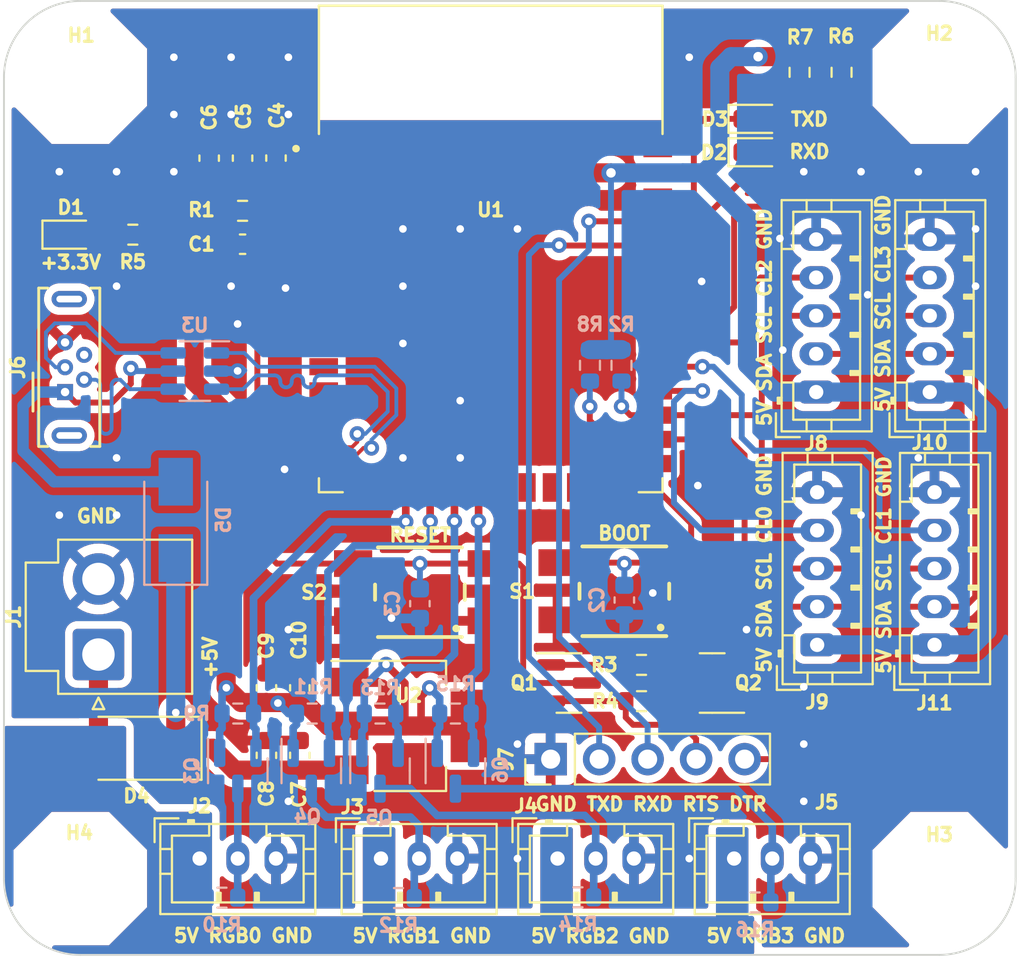
<source format=kicad_pcb>
(kicad_pcb (version 20211014) (generator pcbnew)
  (layers (0 "F.Cu" mixed) (31 "B.Cu" mixed) (34 "B.Paste" user) (35 "F.Paste" user) (36 "B.SilkS" user "B.Silkscreen") (37 "F.SilkS" user "F.Silkscreen") (38 "B.Mask" user) (39 "F.Mask" user) (44 "Edge.Cuts" user))
  (net 0 "")
  (net 1 "EN")
  (net 2 "GND")
  (net 3 "IO0")
  (net 4 "+3.3V")
  (net 5 "VBUS")
  (net 6 "Net-(D1-Pad2)")
  (net 7 "RXD")
  (net 8 "Net-(D2-Pad2)")
  (net 9 "TXD")
  (net 10 "Net-(D3-Pad2)")
  (net 11 "VCC")
  (net 12 "RGB0")
  (net 13 "D+")
  (net 14 "D-")
  (net 15 "RTS")
  (net 16 "DTR")
  (net 17 "SDA")
  (net 18 "SCL")
  (net 19 "CL0")
  (net 20 "CL1")
  (net 21 "CL2")
  (net 22 "CL3")
  (net 23 "Net-(Q1-Pad1)")
  (net 24 "Net-(Q2-Pad1)")
  (net 43 "RGB1")
  (net 44 "RGB2")
  (net 45 "RGB3")
  (net 48 "USB_D-")
  (net 49 "USB_D+")
  (net 50 "/Connector/VBUS_USB")
  (net 52 "ESP_RGB0")
  (net 53 "ESP_RGB1")
  (net 54 "ESP_RGB2")
  (net 55 "ESP_RGB3")
  (footprint "Capacitor_SMD:C_0603_1608Metric" (layer "F.Cu") (at 128.25 107.04 90)
    (fp_text reference "C8")
    (fp_text value "0.1uF")
  )
  (footprint "Connector_JST:JST_PH_B5B-PH-K_1x05_P2.00mm_Vertical" (layer "F.Cu") (at 163.25 101.25 90)
    (fp_text reference "J11")
    (fp_text value "Conn_01x05")
  )
  (footprint "Resistor_SMD:R_0603_1608Metric" (layer "F.Cu") (at 121.25 79.75 180)
    (fp_text reference "R5")
    (fp_text value "1K")
  )
  (footprint "Connector_JST:JST_PH_B5B-PH-K_1x05_P2.00mm_Vertical" (layer "F.Cu") (at 163 88 90)
    (fp_text reference "J10")
    (fp_text value "Conn_01x05")
  )
  (footprint "MountingHole:MountingHole_3.2mm_M3" (layer "F.Cu") (at 118.5 71.5)
    (fp_text reference "H1")
    (fp_text value "MountingHole")
  )
  (footprint "Capacitor_SMD:C_0603_1608Metric" (layer "F.Cu") (at 130 103.5 90)
    (fp_text reference "C10")
    (fp_text value "0.1uF")
  )
  (footprint "Package_TO_SOT_SMD:SOT-23" (layer "F.Cu") (at 144.1 103.25)
    (fp_text reference "Q1")
    (fp_text value "SI2302")
  )
  (footprint "Connector_JST:JST_PH_B3B-PH-K_1x03_P2.00mm_Vertical" (layer "F.Cu") (at 143.5 112.45)
    (fp_text reference "J4")
    (fp_text value "Conn_01x03")
  )
  (footprint "Connector_PinHeader_2.54mm:PinHeader_1x05_P2.54mm_Vertical" (layer "F.Cu") (at 143.14 107.24 90)
    (fp_text reference "J7")
    (fp_text value "Conn_01x05")
  )
  (footprint "Connector_JST:JST_PH_B5B-PH-K_1x05_P2.00mm_Vertical" (layer "F.Cu") (at 157.1 101.25 90)
    (fp_text reference "J9")
    (fp_text value "Conn_01x05")
  )
  (footprint "Diode_SMD:D_SMA" (layer "F.Cu") (at 121.45 106.67 180)
    (fp_text reference "D4")
    (fp_text value "SS34")
  )
  (footprint "Connector_JST:JST_PH_B3B-PH-K_1x03_P2.00mm_Vertical" (layer "F.Cu") (at 134.25 112.45)
    (fp_text reference "J3")
    (fp_text value "Conn_01x03")
  )
  (footprint "LED_SMD:LED_0603_1608Metric" (layer "F.Cu") (at 118 79.75)
    (fp_text reference "D1")
    (fp_text value "LED")
  )
  (footprint "Connector_JST:JST_PH_B3B-PH-K_1x03_P2.00mm_Vertical" (layer "F.Cu") (at 152.75 112.45)
    (fp_text reference "J5")
    (fp_text value "Conn_01x03")
  )
  (footprint "Capacitor_SMD:C_0603_1608Metric" (layer "F.Cu") (at 127 80.25 180)
    (fp_text reference "C1")
    (fp_text value "1uF")
  )
  (footprint "Resistor_SMD:R_0603_1608Metric" (layer "F.Cu") (at 147.9 102.3)
    (fp_text reference "R3")
    (fp_text value "10K")
  )
  (footprint "Connector_JST:JST_VH_B2P-VH-B_1x02_P3.96mm_Vertical" (layer "F.Cu") (at 119.45 101.7575 90)
    (fp_text reference "J1")
    (fp_text value "Conn_01x02")
  )
  (footprint "Connector_USB:USB_Micro-B_Wuerth_614105150721_Vertical" (layer "F.Cu") (at 117.7 88 90)
    (fp_text reference "J6")
    (fp_text value "USB_B_Micro")
  )
  (footprint "Resistor_SMD:R_0603_1608Metric" (layer "F.Cu") (at 158.38 71.24 -90)
    (fp_text reference "R6")
    (fp_text value "1K")
  )
  (footprint "Capacitor_SMD:C_0603_1608Metric" (layer "F.Cu") (at 125.25 75.74 90)
    (fp_text reference "C6")
    (fp_text value "22uF")
  )
  (footprint "LED_SMD:LED_0603_1608Metric" (layer "F.Cu") (at 153.9425 73.68)
    (fp_text reference "D3")
    (fp_text value "LED")
  )
  (footprint "ESP32-S3:ESP32S3WROOM1N8R8" (layer "F.Cu") (at 140 80.5)
    (fp_text reference "U1")
    (fp_text value "ESP32-S3-WROOM-1-N8R8")
  )
  (footprint "MountingHole:MountingHole_3.2mm_M3" (layer "F.Cu") (at 163.5 71.5)
    (fp_text reference "H2")
    (fp_text value "MountingHole")
  )
  (footprint "Resistor_SMD:R_0603_1608Metric" (layer "F.Cu") (at 127 78.5)
    (fp_text reference "R1")
    (fp_text value "10K")
  )
  (footprint "Capacitor_SMD:C_0603_1608Metric" (layer "F.Cu") (at 130 107.04 90)
    (fp_text reference "C7")
    (fp_text value "10uF")
  )
  (footprint "Resistor_SMD:R_0603_1608Metric" (layer "F.Cu") (at 156.18 71.24 -90)
    (fp_text reference "R7")
    (fp_text value "1K")
  )
  (footprint "Capacitor_SMD:C_0603_1608Metric" (layer "F.Cu") (at 128.75 75.735 90)
    (fp_text reference "C4")
    (fp_text value "0.1uF")
  )
  (footprint "Resistor_SMD:R_0603_1608Metric" (layer "F.Cu") (at 147.9 104.2 180)
    (fp_text reference "R4")
    (fp_text value "10K")
  )
  (footprint "Custom_Buttons:430181038816" (layer "F.Cu") (at 136.29 98.49 180)
    (property "VALUE" "")
    (fp_text reference "S2")
    (fp_text value "4x4mm_Switch")
  )
  (footprint "LED_SMD:LED_0603_1608Metric" (layer "F.Cu") (at 153.9425 75.43)
    (fp_text reference "D2")
    (fp_text value "LED")
  )
  (footprint "MountingHole:MountingHole_3.2mm_M3" (layer "F.Cu") (at 118.5 113.5)
    (fp_text reference "H4")
    (fp_text value "MountingHole")
  )
  (footprint "Connector_JST:JST_PH_B3B-PH-K_1x03_P2.00mm_Vertical" (layer "F.Cu") (at 124.75 112.45)
    (fp_text reference "J2")
    (fp_text value "Conn_01x03")
  )
  (footprint "Custom_Buttons:430181038816" (layer "F.Cu") (at 147 98.44 180)
    (property "VALUE" "")
    (fp_text reference "S1")
    (fp_text value "4x4mm_Switch")
  )
  (footprint "Capacitor_SMD:C_0603_1608Metric" (layer "F.Cu") (at 127 75.74 90)
    (fp_text reference "C5")
    (fp_text value "0.1uF")
  )
  (footprint "Package_TO_SOT_SMD:SOT-23" (layer "F.Cu") (at 151.6 103.25 180)
    (fp_text reference "Q2")
    (fp_text value "SI2302")
  )
  (footprint "Capacitor_SMD:C_0603_1608Metric" (layer "F.Cu") (at 128.25 103.5 90)
    (fp_text reference "C9")
    (fp_text value "10uF")
  )
  (footprint "MountingHole:MountingHole_3.2mm_M3" (layer "F.Cu") (at 163.5 113.5)
    (fp_text reference "H3")
    (fp_text value "MountingHole")
  )
  (footprint "Connector_JST:JST_PH_B5B-PH-K_1x05_P2.00mm_Vertical" (layer "F.Cu") (at 157.05 88 90)
    (fp_text reference "J8")
    (fp_text value "Conn_01x05")
  )
  (footprint "Package_TO_SOT_SMD:SOT-223-3_TabPin2" (layer "F.Cu") (at 135.75 105.5)
    (fp_text reference "U2")
    (fp_text value "AMS1117-3.3")
  )
  (footprint "Resistor_SMD:R_0603_1608Metric" (layer "B.Cu") (at 138.15 104.85)
    (fp_text reference "R15")
    (fp_text value "10K")
  )
  (footprint "Resistor_SMD:R_0603_1608Metric" (layer "B.Cu") (at 130.65 104.85)
    (fp_text reference "R11")
    (fp_text value "10K")
  )
  (footprint "Resistor_SMD:R_0603_1608Metric" (layer "B.Cu") (at 144.57 114.48)
    (fp_text reference "R14")
    (fp_text value "10K")
  )
  (footprint "Resistor_SMD:R_0603_1608Metric" (layer "B.Cu") (at 146.85 86.6 -90)
    (fp_text reference "R2")
    (fp_text value "10K")
  )
  (footprint "Resistor_SMD:R_0603_1608Metric" (layer "B.Cu") (at 125.92 114.5)
    (fp_text reference "R10")
    (fp_text value "10K")
  )
  (footprint "Package_TO_SOT_SMD:SOT-23-6" (layer "B.Cu") (at 124.5 86.9 180)
    (fp_text reference "U3")
    (fp_text value "USBLC6-2SC6")
  )
  (footprint "Package_TO_SOT_SMD:SOT-23" (layer "B.Cu") (at 138.15 107.85 -90)
    (fp_text reference "Q6")
    (fp_text value "SI2302")
  )
  (footprint "Capacitor_SMD:C_0603_1608Metric" (layer "B.Cu") (at 147 98.9 -90)
    (fp_text reference "C2")
    (fp_text value "0.1uF")
  )
  (footprint "Package_TO_SOT_SMD:SOT-23" (layer "B.Cu") (at 126.75 107.85 -90)
    (fp_text reference "Q3")
    (fp_text value "SI2302")
  )
  (footprint "Resistor_SMD:R_0603_1608Metric" (layer "B.Cu") (at 135.17 114.52)
    (fp_text reference "R12")
    (fp_text value "10K")
  )
  (footprint "Resistor_SMD:R_0603_1608Metric" (layer "B.Cu") (at 145.2 86.6 -90)
    (fp_text reference "R8")
    (fp_text value "10K")
  )
  (footprint "Capacitor_SMD:C_0603_1608Metric" (layer "B.Cu") (at 136.29 99.09 -90)
    (fp_text reference "C3")
    (fp_text value "0.1uF")
  )
  (footprint "Package_TO_SOT_SMD:SOT-23" (layer "B.Cu") (at 130.6 107.85 -90)
    (fp_text reference "Q4")
    (fp_text value "SI2302")
  )
  (footprint "Resistor_SMD:R_0603_1608Metric" (layer "B.Cu") (at 134.2 104.85)
    (fp_text reference "R13")
    (fp_text value "10K")
  )
  (footprint "Package_TO_SOT_SMD:SOT-23" (layer "B.Cu") (at 134.2 107.85 -90)
    (fp_text reference "Q5")
    (fp_text value "SI2302")
  )
  (footprint "Diode_SMD:D_SMA" (layer "B.Cu") (at 123.5 94.7 90)
    (fp_text reference "D5")
    (fp_text value "SS34")
  )
  (footprint "Resistor_SMD:R_0603_1608Metric" (layer "B.Cu") (at 126.75 104.85)
    (fp_text reference "R9")
    (fp_text value "10K")
  )
  (footprint "Resistor_SMD:R_0603_1608Metric" (layer "B.Cu") (at 153.85 114.75)
    (fp_text reference "R16")
    (fp_text value "10K")
  )
  (gr_arc (start 118.5 117.5) (mid 115.671573 116.328427) (end 114.5 113.5) (layer "Edge.Cuts") (width 0.1))
  (gr_arc (start 114.5 71.5) (mid 115.671573 68.671573) (end 118.5 67.5) (layer "Edge.Cuts") (width 0.1))
  (gr_line (start 114.5 113.5) (end 114.5 71.5) (layer "Edge.Cuts") (width 0.1))
  (gr_line (start 118.5 67.5) (end 163.5 67.5) (layer "Edge.Cuts") (width 0.1))
  (gr_arc (start 167.5 113.5) (mid 166.328427 116.328427) (end 163.5 117.5) (layer "Edge.Cuts") (width 0.1))
  (gr_line (start 167.5 71.5) (end 167.5 113.5) (layer "Edge.Cuts") (width 0.1))
  (gr_arc (start 163.5 67.5) (mid 166.328427 68.671573) (end 167.5 71.5) (layer "Edge.Cuts") (width 0.1))
  (gr_line (start 163.5 117.5) (end 118.5 117.5) (layer "Edge.Cuts") (width 0.1))
  (gr_text "GND TXD RXD RTS DTR" (at 148.4 109.6) (layer "F.SilkS") (effects (font (size 0.7 0.7) (thickness 0.17))))
  (gr_text "GND" (at 119.4 94.5) (layer "F.SilkS") (effects (font (size 0.7 0.7) (thickness 0.17))))
  (gr_text "+5V" (at 125.3 101.9 90) (layer "F.SilkS") (effects (font (size 0.7 0.7) (thickness 0.17))))
  (gr_text "5V RGB2 GND" (at 145.75 116.51) (layer "F.SilkS") (effects (font (size 0.7 0.7) (thickness 0.17))))
  (gr_text "5V RGB1 GND" (at 136.4 116.5) (layer "F.SilkS") (effects (font (size 0.7 0.7) (thickness 0.17))))
  (gr_text "5V SDA SCL CL1 GND" (at 160.6 97.06 90) (layer "F.SilkS") (effects (font (size 0.7 0.7) (thickness 0.17))))
  (gr_text "TXD" (at 156.7 73.7) (layer "F.SilkS") (effects (font (size 0.7 0.7) (thickness 0.17))))
  (gr_text "BOOT" (at 147 95.4) (layer "F.SilkS") (effects (font (size 0.7 0.7) (thickness 0.17))))
  (gr_text "5V SDA SCL CL2 GND" (at 154.34 84.08 90) (layer "F.SilkS") (effects (font (size 0.7 0.7) (thickness 0.17))))
  (gr_text "5V SDA SCL CL0 GND" (at 154.33 97 90) (layer "F.SilkS") (effects (font (size 0.7 0.7) (thickness 0.17))))
  (gr_text "+3.3V" (at 118 81.2) (layer "F.SilkS") (effects (font (size 0.7 0.7) (thickness 0.17))))
  (gr_text "5V RGB0 GND" (at 127.04 116.49) (layer "F.SilkS") (effects (font (size 0.7 0.7) (thickness 0.17))))
  (gr_text "RESET" (at 136.3 95.5) (layer "F.SilkS") (effects (font (size 0.7 0.7) (thickness 0.17))))
  (gr_text "5V RGB3 GND" (at 154.94 116.5) (layer "F.SilkS") (effects (font (size 0.7 0.7) (thickness 0.17))))
  (gr_text "RXD" (at 156.7 75.4) (layer "F.SilkS") (effects (font (size 0.7 0.7) (thickness 0.17))))
  (gr_text "5V SDA SCL CL3 GND" (at 160.55 83.35 90) (layer "F.SilkS") (effects (font (size 0.7 0.7) (thickness 0.17))))
  (segment (start 141.7 97.22) (end 141.47 96.99) (width 0.31) (layer "F.Cu") (net 1))
  (segment (start 141.47 96.99) (end 139.79 96.99) (width 0.31) (layer "F.Cu") (net 1))
  (segment (start 142.15 103.25) (end 141.7 102.8) (width 0.31) (layer "F.Cu") (net 1))
  (segment (start 132.79 96.99) (end 139.79 96.99) (width 0.31) (layer "F.Cu") (net 1))
  (segment (start 141.7 102.8) (end 141.7 97.22) (width 0.31) (layer "F.Cu") (net 1))
  (segment (start 127.775 80.25) (end 127.775 78.55) (width 0.31) (layer "F.Cu") (net 1))
  (segment (start 128.79 96.99) (end 132.79 96.99) (width 0.31) (layer "F.Cu") (net 1))
  (segment (start 129.5 77.78) (end 131.25 77.78) (width 0.31) (layer "F.Cu") (net 1))
  (segment (start 145.0375 103.25) (end 142.15 103.25) (width 0.31) (layer "F.Cu") (net 1))
  (segment (start 128.78 78.5) (end 129.5 77.78) (width 0.31) (layer "F.Cu") (net 1))
  (segment (start 127.775 95.975) (end 128.79 96.99) (width 0.31) (layer "F.Cu") (net 1))
  (segment (start 127.775 80.25) (end 127.775 95.975) (width 0.31) (layer "F.Cu") (net 1))
  (segment (start 127.825 78.5) (end 128.78 78.5) (width 0.31) (layer "F.Cu") (net 1))
  (via (at 136.29 96.99) (size 0.8) (drill 0.4) (layers "F.Cu" "B.Cu") (net 1))
  (segment (start 136.29 96.99) (end 136.29 98.315) (width 0.31) (layer "B.Cu") (net 1))
  (segment (start 126.74 84.43) (end 126.74 86.89) (width 0.31) (layer "F.Cu") (net 2))
  (via (at 129.400007 109.45) (size 0.8) (drill 0.4) (layers "F.Cu" "B.Cu") (net 2))
  (via (at 151.05 82.2) (size 0.8) (drill 0.4) (layers "F.Cu" "B.Cu") (net 2))
  (via (at 156.400007 109.45) (size 0.8) (drill 0.4) (layers "F.Cu" "B.Cu") (net 2))
  (via (at 135.400007 85.45) (size 0.8) (drill 0.4) (layers "F.Cu" "B.Cu") (net 2))
  (via (at 117.400007 76.45) (size 0.8) (drill 0.4) (layers "F.Cu" "B.Cu") (net 2))
  (via (at 165.400007 82.45) (size 0.8) (drill 0.4) (layers "F.Cu" "B.Cu") (net 2))
  (via (at 165.400007 79.45) (size 0.8) (drill 0.4) (layers "F.Cu" "B.Cu") (net 2))
  (via (at 126.74 86.89) (size 0.8) (drill 0.4) (layers "F.Cu" "B.Cu") (net 2))
  (via (at 150.400007 70.45) (size 0.8) (drill 0.4) (layers "F.Cu" "B.Cu") (net 2))
  (via (at 141.400007 112.45) (size 0.8) (drill 0.4) (layers "F.Cu" "B.Cu") (net 2))
  (via (at 123.400007 73.45) (size 0.8) (drill 0.4) (layers "F.Cu" "B.Cu") (net 2))
  (via (at 162.400007 76.45) (size 0.8) (drill 0.4) (layers "F.Cu" "B.Cu") (net 2))
  (via (at 155.15 79.95) (size 0.8) (drill 0.4) (layers "F.Cu" "B.Cu") (net 2))
  (via (at 155.3 85.8) (size 0.8) (drill 0.4) (layers "F.Cu" "B.Cu") (net 2))
  (via (at 141.400007 106.45) (size 0.8) (drill 0.4) (layers "F.Cu" "B.Cu") (net 2))
  (via (at 150.400007 112.45) (size 0.8) (drill 0.4) (layers "F.Cu" "B.Cu") (net 2))
  (via (at 138.400007 91.45) (size 0.8) (drill 0.4) (layers "F.Cu" "B.Cu") (net 2))
  (via (at 156.400007 76.45) (size 0.8) (drill 0.4) (layers "F.Cu" "B.Cu") (net 2))
  (via (at 141.400007 79.45) (size 0.8) (drill 0.4) (layers "F.Cu" "B.Cu") (net 2))
  (via (at 126.74 84.43) (size 0.8) (drill 0.4) (layers "F.Cu" "B.Cu") (net 2))
  (via (at 159.75 82.9) (size 0.8) (drill 0.4) (layers "F.Cu" "B.Cu") (net 2))
  (via (at 159.400007 76.45) (size 0.8) (drill 0.4) (layers "F.Cu" "B.Cu") (net 2))
  (via (at 156.400007 106.45) (size 0.8) (drill 0.4) (layers "F.Cu" "B.Cu") (net 2))
  (via (at 165.400007 76.45) (size 0.8) (drill 0.4) (layers "F.Cu" "B.Cu") (net 2))
  (via (at 148.49 98.53) (size 0.8) (drill 0.4) (layers "F.Cu" "B.Cu") (net 2))
  (via (at 159.400007 94.45) (size 0.8) (drill 0.4) (layers "F.Cu" "B.Cu") (net 2))
  (via (at 126.400007 70.45) (size 0.8) (drill 0.4) (layers "F.Cu" "B.Cu") (net 2))
  (via (at 153.400007 100.45) (size 0.8) (drill 0.4) (layers "F.Cu" "B.Cu") (net 2))
  (via (at 120.400007 91.45) (size 0.8) (drill 0.4) (layers "F.Cu" "B.Cu") (net 2))
  (via (at 120.400007 94.45) (size 0.8) (drill 0.4) (layers "F.Cu" "B.Cu") (net 2))
  (via (at 129.2 92.05) (size 0.8) (drill 0.4) (layers "F.Cu" "B.Cu") (net 2))
  (via (at 129.400007 100.45) (size 0.8) (drill 0.4) (layers "F.Cu" "B.Cu") (net 2))
  (via (at 123.400007 70.45) (size 0.8) (drill 0.4) (layers "F.Cu" "B.Cu") (net 2))
  (via (at 134.8 99.85) (size 0.8) (drill 0.4) (layers "F.Cu" "B.Cu") (net 2))
  (via (at 156.400007 103.45) (size 0.8) (drill 0.4) (layers "F.Cu" "B.Cu") (net 2))
  (via (at 135.400007 79.45) (size 0.8) (drill 0.4) (layers "F.Cu" "B.Cu") (net 2))
  (via (at 126.400007 82.45) (size 0.8) (drill 0.4) (layers "F.Cu" "B.Cu") (net 2))
  (via (at 135.400007 91.45) (size 0.8) (drill 0.4) (layers "F.Cu" "B.Cu") (net 2))
  (via (at 120.400007 82.45) (size 0.8) (drill 0.4) (layers "F.Cu" "B.Cu") (net 2))
  (via (at 138.400007 88.45) (size 0.8) (drill 0.4) (layers "F.Cu" "B.Cu") (net 2))
  (via (at 123.400007 76.45) (size 0.8) (drill 0.4) (layers "F.Cu" "B.Cu") (net 2))
  (via (at 138.400007 79.45) (size 0.8) (drill 0.4) (layers "F.Cu" "B.Cu") (net 2))
  (via (at 129.400007 70.45) (size 0.8) (drill 0.4) (layers "F.Cu" "B.Cu") (net 2))
  (via (at 126.400007 73.45) (size 0.8) (drill 0.4) (layers "F.Cu" "B.Cu") (net 2))
  (via (at 120.400007 76.45) (size 0.8) (drill 0.4) (layers "F.Cu" "B.Cu") (net 2))
  (via (at 135.400007 82.45) (size 0.8) (drill 0.4) (layers "F.Cu" "B.Cu") (net 2))
  (via (at 117.400007 94.45) (size 0.8) (drill 0.4) (layers "F.Cu" "B.Cu") (net 2))
  (via (at 129.25 82.55) (size 0.8) (drill 0.4) (layers "F.Cu" "B.Cu") (net 2))
  (via (at 129.400007 73.45) (size 0.8) (drill 0.4) (layers "F.Cu" "B.Cu") (net 2))
  (via (at 150.85 92.9) (size 0.8) (drill 0.4) (layers "F.Cu" "B.Cu") (net 2))
  (via (at 162.400007 91.45) (size 0.8) (drill 0.4) (layers "F.Cu" "B.Cu") (net 2))
  (segment (start 126.73 86.9) (end 126.74 86.89) (width 0.31) (layer "B.Cu") (net 2))
  (segment (start 125.6375 86.9) (end 126.73 86.9) (width 0.31) (layer "B.Cu") (net 2))
  (segment (start 150.5 94.89) (end 150.5 96.94) (width 0.31) (layer "F.Cu") (net 3))
  (segment (start 148.75 93.14) (end 150.5 94.89) (width 0.31) (layer "F.Cu") (net 3))
  (segment (start 152.4 97.3) (end 152.4 102.1625) (width 0.31) (layer "F.Cu") (net 3))
  (segment (start 148.75 91.75) (end 148.75 93.14) (width 0.31) (layer "F.Cu") (net 3))
  (segment (start 150.5 96.94) (end 152.04 96.94) (width 0.31) (layer "F.Cu") (net 3))
  (segment (start 143.5 96.94) (end 150.5 96.94) (width 0.31) (layer "F.Cu") (net 3))
  (segment (start 152.04 96.94) (end 152.4 97.3) (width 0.31) (layer "F.Cu") (net 3))
  (via (at 147 96.99) (size 0.8) (drill 0.4) (layers "F.Cu" "B.Cu") (net 3))
  (segment (start 147 96.99) (end 147 98.125) (width 0.31) (layer "B.Cu") (net 3))
  (segment (start 127.005 76.51) (end 127 76.515) (width 1) (layer "F.Cu") (net 4))
  (segment (start 128.75 76.51) (end 127.005 76.51) (width 1) (layer "F.Cu") (net 4))
  (segment (start 130.265 104.275) (end 131.49 105.5) (width 1) (layer "F.Cu") (net 4))
  (segment (start 124.17 79.75) (end 124.46 80.04) (width 1) (layer "F.Cu") (net 4))
  (segment (start 131.25 76.51) (end 128.75 76.51) (width 1) (layer "F.Cu") (net 4))
  (segment (start 134.515776 102.275163) (end 135.5 103.259387) (width 0.4) (layer "F.Cu") (net 4))
  (segment (start 136.35 105.5) (end 138.9 105.5) (width 1) (layer "F.Cu") (net 4))
  (segment (start 124.46 79.14) (end 124.46 80.04) (width 1) (layer "F.Cu") (net 4))
  (segment (start 128.245 104.27) (end 128.25 104.275) (width 1) (layer "F.Cu") (net 4))
  (segment (start 136.35 103.95) (end 136.35 105.5) (width 0.4) (layer "F.Cu") (net 4))
  (segment (start 126.175 76.725) (end 126.385 76.515) (width 1) (layer "F.Cu") (net 4))
  (segment (start 124.46 87.44) (end 126.14 89.12) (width 1) (layer "F.Cu") (net 4))
  (segment (start 126.175 78.5) (end 126.175 76.725) (width 1) (layer "F.Cu") (net 4))
  (segment (start 130 104.275) (end 130.265 104.275) (width 1) (layer "F.Cu") (net 4))
  (segment (start 124.46 80.04) (end 124.46 87.44) (width 1) (layer "F.Cu") (net 4))
  (segment (start 126.175 78.5) (end 125.1 78.5) (width 1) (layer "F.Cu") (net 4))
  (segment (start 135.5 105.5) (end 136.35 105.5) (width 1) (layer "F.Cu") (net 4))
  (segment (start 132.6 105.5) (end 135.5 105.5) (width 1) (layer "F.Cu") (net 4))
  (segment (start 131.25 76.51) (end 146.3 76.51) (width 1) (layer "F.Cu") (net 4))
  (segment (start 126.14 103.49) (end 126.92 104.27) (width 1) (layer "F.Cu") (net 4))
  (segment (start 156.18 70.415) (end 158.38 70.415) (width 1) (layer "F.Cu") (net 4))
  (segment (start 126.92 104.27) (end 128.245 104.27) (width 1) (layer "F.Cu") (net 4))
  (segment (start 126.385 76.515) (end 125.25 76.515) (width 1) (layer "F.Cu") (net 4))
  (segment (start 131.49 105.5) (end 132.6 105.5) (width 1) (layer "F.Cu") (net 4))
  (segment (start 136.8 103.5) (end 136.35 103.95) (width 0.4) (layer "F.Cu") (net 4))
  (segment (start 130 104.275) (end 128.25 104.275) (width 1) (layer "F.Cu") (net 4))
  (segment (start 126.14 89.12) (end 126.14 103.49) (width 1) (layer "F.Cu") (net 4))
  (segment (start 122.075 79.75) (end 124.17 79.75) (width 1) (layer "F.Cu") (net 4))
  (segment (start 154.01 70.42) (end 156.175 70.42) (width 1) (layer "F.Cu") (net 4))
  (segment (start 135.5 103.259387) (end 135.5 105.5) (width 0.4) (layer "F.Cu") (net 4))
  (segment (start 125.1 78.5) (end 124.46 79.14) (width 1) (layer "F.Cu") (net 4))
  (segment (start 156.175 70.42) (end 156.18 70.415) (width 1) (layer "F.Cu") (net 4))
  (segment (start 127 76.515) (end 126.385 76.515) (width 1) (layer "F.Cu") (net 4))
  (via (at 134.515776 102.275163) (size 0.8) (drill 0.4) (layers "F.Cu" "B.Cu") (net 4))
  (via (at 136.8 103.5) (size 0.8) (drill 0.4) (layers "F.Cu" "B.Cu") (net 4))
  (via (at 128.85 104.3) (size 0.8) (drill 0.4) (layers "F.Cu" "B.Cu") (net 4))
  (via (at 126.15 103.5) (size 0.8) (drill 0.4) (layers "F.Cu" "B.Cu") (net 4))
  (via (at 154.01 70.42) (size 1) (drill 0.5) (layers "F.Cu" "B.Cu") (net 4))
  (via (at 146.3 76.51) (size 1) (drill 0.5) (layers "F.Cu" "B.Cu") (net 4))
  (segment (start 129.825 104.85) (end 129.825 105.425) (width 0.4) (layer "B.Cu") (net 4))
  (segment (start 157.05 88) (end 163 88) (width 1) (layer "B.Cu") (net 4))
  (segment (start 150.06 76.51) (end 151.06 76.51) (width 1) (layer "B.Cu") (net 4))
  (segment (start 146.3 76.51) (end 150.06 76.51) (width 1) (layer "B.Cu") (net 4))
  (segment (start 125.8 105.75) (end 125.8 106.9125) (width 0.4) (layer "B.Cu") (net 4))
  (segment (start 133.375 104.85) (end 133.375 105.675) (width 0.4) (layer "B.Cu") (net 4))
  (segment (start 125.925 103.725) (end 126.15 103.5) (width 0.4) (layer "B.Cu") (net 4))
  (segment (start 133.25 105.8) (end 133.25 106.9125) (width 0.4) (layer "B.Cu") (net 4))
  (segment (start 165.25 101.25) (end 163.25 101.25) (width 1) (layer "B.Cu") (net 4))
  (segment (start 125.925 104.85) (end 125.925 105.625) (width 0.4) (layer "B.Cu") (net 4))
  (segment (start 137.325 104.85) (end 137.325 105.575) (width 0.4) (layer "B.Cu") (net 4))
  (segment (start 151.06 76.51) (end 153.45 78.9) (width 1) (layer "B.Cu") (net 4))
  (segment (start 133.375 105.675) (end 133.25 105.8) (width 0.4) (layer "B.Cu") (net 4))
  (segment (start 153.45 86.555284) (end 154.894716 88) (width 1) (layer "B.Cu") (net 4))
  (segment (start 137.2 105.7) (end 137.2 106.9125) (width 0.4) (layer "B.Cu") (net 4))
  (segment (start 146.065 85.775) (end 146.3 85.54) (width 0.31) (layer "B.Cu") (net 4))
  (segment (start 154.894716 88) (end 157.05 88) (width 1) (layer "B.Cu") (net 4))
  (segment (start 137.325 104.025) (end 136.8 103.5) (width 0.4) (layer "B.Cu") (net 4))
  (segment (start 166 100.5) (end 165.25 101.25) (width 1) (layer "B.Cu") (net 4))
  (segment (start 125.925 105.625) (end 125.8 105.75) (width 0.4) (layer "B.Cu") (net 4))
  (segment (start 133.375 104.85) (end 133.375 103.415939) (width 0.4) (layer "B.Cu") (net 4))
  (segment (start 137.325 105.575) (end 137.2 105.7) (width 0.4) (layer "B.Cu") (net 4))
  (segment (start 152 75.69) (end 152 71.01) (width 1) (layer "B.Cu") (net 4))
  (segment (start 157.1 101.25) (end 163.25 101.25) (width 1) (layer "B.Cu") (net 4))
  (segment (start 166 89.1) (end 166 100.5) (width 1) (layer "B.Cu") (net 4))
  (segment (start 129.825 105.425) (end 129.65 105.6) (width 0.4) (layer "B.Cu") (net 4))
  (segment (start 137.325 104.85) (end 137.325 104.025) (width 0.4) (layer "B.Cu") (net 4))
  (segment (start 129.4 104.85) (end 128.85 104.3) (width 0.4) (layer "B.Cu") (net 4))
  (segment (start 125.925 104.85) (end 125.925 103.725) (width 0.4) (layer "B.Cu") (net 4))
  (segment (start 151.18 76.51) (end 152 75.69) (width 1) (layer "B.Cu") (net 4))
  (segment (start 163 88) (end 164.9 88) (width 1) (layer "B.Cu") (net 4))
  (segment (start 164.9 88) (end 166 89.1) (width 1) (layer "B.Cu") (net 4))
  (segment (start 129.825 104.85) (end 129.4 104.85) (width 0.4) (layer "B.Cu") (net 4))
  (segment (start 129.65 105.6) (end 129.65 106.9125) (width 0.4) (layer "B.Cu") (net 4))
  (segment (start 133.375 103.415939) (end 134.515776 102.275163) (width 0.4) (layer "B.Cu") (net 4))
  (segment (start 153.45 78.9) (end 153.45 86.555284) (width 1) (layer "B.Cu") (net 4))
  (segment (start 146.3 85.54) (end 146.3 76.51) (width 0.31) (layer "B.Cu") (net 4))
  (segment (start 152 71.01) (end 152.59 70.42) (width 1) (layer "B.Cu") (net 4))
  (segment (start 146.065 85.775) (end 145.2 85.775) (width 1) (layer "B.Cu") (net 4))
  (segment (start 146.85 85.775) (end 146.065 85.775) (width 1) (layer "B.Cu") (net 4))
  (segment (start 152.59 70.42) (end 154.01 70.42) (width 1) (layer "B.Cu") (net 4))
  (segment (start 150.06 76.51) (end 151.18 76.51) (width 1) (layer "B.Cu") (net 4))
  (segment (start 126.585 107.815) (end 128.25 107.815) (width 1) (layer "F.Cu") (net 5))
  (segment (start 123.45 106.67) (end 125.44 106.67) (width 1) (layer "F.Cu") (net 5))
  (segment (start 130 107.815) (end 132.585 107.815) (width 1) (layer "F.Cu") (net 5))
  (segment (start 128.25 107.815) (end 130 107.815) (width 1) (layer "F.Cu") (net 5))
  (segment (start 123.5 104.8) (end 123.5 106.62) (width 1) (layer "F.Cu") (net 5))
  (segment (start 125.44 106.67) (end 126.585 107.815) (width 1) (layer "F.Cu") (net 5))
  (via (at 123.5 104.8) (size 0.8) (drill 0.4) (layers "F.Cu" "B.Cu") (net 5))
  (segment (start 123.5 96.7) (end 123.5 104.8) (width 1) (layer "B.Cu") (net 5))
  (segment (start 118.7875 79.75) (end 120.425 79.75) (width 0.31) (layer "F.Cu") (net 6))
  (segment (start 150.06 79.05) (end 150.64 78.47) (width 0.31) (layer "F.Cu") (net 7))
  (segment (start 151.17 73.68) (end 153.155 73.68) (width 0.31) (layer "F.Cu") (net 7))
  (segment (start 148.75 79.05) (end 150.06 79.05) (width 0.31) (layer "F.Cu") (net 7))
  (segment (start 150.64 78.47) (end 150.64 74.21) (width 0.31) (layer "F.Cu") (net 7))
  (segment (start 148.75 79.05) (end 145.14 79.05) (width 0.31) (layer "F.Cu") (net 7))
  (segment (start 150.64 74.21) (end 151.17 73.68) (width 0.31) (layer "F.Cu") (net 7))
  (via (at 145.14 79.05) (size 0.8) (drill 0.4) (layers "F.Cu" "B.Cu") (net 7))
  (segment (start 143.58 82.11) (end 143.58 100.85) (width 0.31) (layer "B.Cu") (net 7))
  (segment (start 145.14 79.05) (end 145.14 80.55) (width 0.31) (layer "B.Cu") (net 7))
  (segment (start 148.22 105.49) (end 148.22 107.24) (width 0.31) (layer "B.Cu") (net 7))
  (segment (start 143.58 100.85) (end 148.22 105.49) (width 0.31) (layer "B.Cu") (net 7))
  (segment (start 145.14 80.55) (end 143.58 82.11) (width 0.31) (layer "B.Cu") (net 7))
  (segment (start 154.73 75.43) (end 157.37 75.43) (width 0.31) (layer "F.Cu") (net 8))
  (segment (start 157.37 75.43) (end 158.38 74.42) (width 0.31) (layer "F.Cu") (net 8))
  (segment (start 158.38 74.42) (end 158.38 72.065) (width 0.31) (layer "F.Cu") (net 8))
  (segment (start 148.75 80.32) (end 151.2 80.32) (width 0.31) (layer "F.Cu") (net 9))
  (segment (start 151.54 79.98) (end 151.54 78.53) (width 0.31) (layer "F.Cu") (net 9))
  (segment (start 143.58 80.3) (end 143.6 80.32) (width 0.31) (layer "F.Cu") (net 9))
  (segment (start 151.54 78.53) (end 153.155 76.915) (width 0.31) (layer "F.Cu") (net 9))
  (segment (start 151.2 80.32) (end 151.54 79.98) (width 0.31) (layer "F.Cu") (net 9))
  (segment (start 153.155 76.915) (end 153.155 75.43) (width 0.31) (layer "F.Cu") (net 9))
  (segment (start 143.6 80.32) (end 148.75 80.32) (width 0.31) (layer "F.Cu") (net 9))
  (via (at 143.58 80.3) (size 0.8) (drill 0.4) (layers "F.Cu" "B.Cu") (net 9))
  (segment (start 142.51 80.3) (end 142 80.81) (width 0.31) (layer "B.Cu") (net 9))
  (segment (start 145.68 105.58) (end 145.68 107.24) (width 0.31) (layer "B.Cu") (net 9))
  (segment (start 142 80.81) (end 142 101.9) (width 0.31) (layer "B.Cu") (net 9))
  (segment (start 143.58 80.3) (end 142.51 80.3) (width 0.31) (layer "B.Cu") (net 9))
  (segment (start 142 101.9) (end 145.68 105.58) (width 0.31) (layer "B.Cu") (net 9))
  (segment (start 155.81 73.68) (end 156.18 73.31) (width 0.31) (layer "F.Cu") (net 10))
  (segment (start 156.18 73.31) (end 156.18 72.065) (width 0.31) (layer "F.Cu") (net 10))
  (segment (start 154.73 73.68) (end 155.81 73.68) (width 0.31) (layer "F.Cu") (net 10))
  (segment (start 119.45 101.7575) (end 119.45 106.67) (width 1) (layer "F.Cu") (net 11))
  (segment (start 126.75 108.7875) (end 126.75 112.45) (width 0.4) (layer "B.Cu") (net 12))
  (segment (start 126.745 114.5) (end 126.745 112.455) (width 0.4) (layer "B.Cu") (net 12))
  (segment (start 117.2 86.7) (end 116.7 86.2) (width 0.2) (layer "B.Cu") (net 13))
  (segment (start 120.35 85.95) (end 123.3625 85.95) (width 0.2) (layer "B.Cu") (net 13))
  (segment (start 118.8 84.4) (end 120.35 85.95) (width 0.2) (layer "B.Cu") (net 13))
  (segment (start 117.7 86.7) (end 117.2 86.7) (width 0.2) (layer "B.Cu") (net 13))
  (segment (start 117.163101 84.4) (end 118.8 84.4) (width 0.2) (layer "B.Cu") (net 13))
  (segment (start 116.7 86.2) (end 116.7 84.863101) (width 0.2) (layer "B.Cu") (net 13))
  (segment (start 116.7 84.863101) (end 117.163101 84.4) (width 0.2) (layer "B.Cu") (net 13))
  (segment (start 119.54 87.65) (end 119.54 89.8929) (width 0.2) (layer "B.Cu") (net 14))
  (segment (start 118.7 87.35) (end 119.24 87.35) (width 0.2) (layer "B.Cu") (net 14))
  (segment (start 120.3809 87.352882) (end 120.592882 87.352882) (width 0.2) (layer "B.Cu") (net 14))
  (segment (start 120.592882 87.352882) (end 121.09 87.85) (width 0.2) (layer "B.Cu") (net 14))
  (segment (start 120.14 89.8929) (end 120.14 87.65) (width 0.2) (layer "B.Cu") (net 14))
  (segment (start 121.09 87.85) (end 123.3625 87.85) (width 0.2) (layer "B.Cu") (net 14))
  (arc (start 119.84 90.1929) (mid 120.052132 90.105032) (end 120.14 89.8929) (width 0.2) (layer "B.Cu") (net 14))
  (arc (start 120.14 87.65) (mid 120.208097 87.459682) (end 120.3809 87.352882) (width 0.2) (layer "B.Cu") (net 14))
  (arc (start 119.24 87.35) (mid 119.452132 87.437868) (end 119.54 87.65) (width 0.2) (layer "B.Cu") (net 14))
  (arc (start 119.54 89.8929) (mid 119.627868 90.105032) (end 119.84 90.1929) (width 0.2) (layer "B.Cu") (net 14))
  (segment (start 150.02 105.44) (end 150.76 106.18) (width 0.31) (layer "F.Cu") (net 15))
  (segment (start 147.075 105.055) (end 147.46 105.44) (width 0.31) (layer "F.Cu") (net 15))
  (segment (start 147.075 104.2) (end 147.075 105.055) (width 0.31) (layer "F.Cu") (net 15))
  (segment (start 147.46 105.44) (end 150.02 105.44) (width 0.31) (layer "F.Cu") (net 15))
  (segment (start 143.1625 104.2) (end 147.075 104.2) (width 0.31) (layer "F.Cu") (net 15))
  (segment (start 150.76 106.18) (end 150.76 107.24) (width 0.31) (layer "F.Cu") (net 15))
  (segment (start 155 104) (end 155 106.9) (width 0.31) (layer "F.Cu") (net 16))
  (segment (start 154.66 107.24) (end 153.3 107.24) (width 0.31) (layer "F.Cu") (net 16))
  (segment (start 150.2 102.3) (end 150.6625 102.7625) (width 0.31) (layer "F.Cu") (net 16))
  (segment (start 150.6625 103.25) (end 154.25 103.25) (width 0.31) (layer "F.Cu") (net 16))
  (segment (start 148.725 102.3) (end 150.2 102.3) (width 0.31) (layer "F.Cu") (net 16))
  (segment (start 154.25 103.25) (end 155 104) (width 0.31) (layer "F.Cu") (net 16))
  (segment (start 150.6625 102.7625) (end 150.6625 103.25) (width 0.31) (layer "F.Cu") (net 16))
  (segment (start 155 106.9) (end 154.66 107.24) (width 0.31) (layer "F.Cu") (net 16))
  (segment (start 164.8 86) (end 165.38 86.58) (width 0.31) (layer "F.Cu") (net 17))
  (segment (start 153.3 91.3) (end 152.48 90.48) (width 0.31) (layer "F.Cu") (net 17))
  (segment (start 165.38 98.73) (end 164.86 99.25) (width 0.31) (layer "F.Cu") (net 17))
  (segment (start 152.48 90.48) (end 148.75 90.48) (width 0.31) (layer "F.Cu") (net 17))
  (segment (start 154.35 99.25) (end 153.3 98.2) (width 0.31) (layer "F.Cu") (net 17))
  (segment (start 148.75 90.48) (end 146.18 90.48) (width 0.31) (layer "F.Cu") (net 17))
  (segment (start 164.86 99.25) (end 163.25 99.25) (width 0.31) (layer "F.Cu") (net 17))
  (segment (start 163 86) (end 164.8 86) (width 0.31) (layer "F.Cu") (net 17))
  (segment (start 163 86) (end 157.05 86) (width 0.31) (layer "F.Cu") (net 17))
  (segment (start 146.18 90.48) (end 145.27 89.57) (width 0.31) (layer "F.Cu") (net 17))
  (segment (start 145.19 89.49) (end 145.19 88.76) (width 0.31) (layer "F.Cu") (net 17))
  (segment (start 145.27 89.57) (end 145.19 89.49) (width 0.31) (layer "F.Cu") (net 17))
  (segment (start 157.1 99.25) (end 154.35 99.25) (width 0.31) (layer "F.Cu") (net 17))
  (segment (start 157.1 99.25) (end 163.25 99.25) (width 0.31) (layer "F.Cu") (net 17))
  (segment (start 153.3 98.2) (end 153.3 91.3) (width 0.31) (layer "F.Cu") (net 17))
  (segment (start 165.38 86.58) (end 165.38 98.73) (width 0.31) (layer "F.Cu") (net 17))
  (via (at 145.19 88.76) (size 0.8) (drill 0.4) (layers "F.Cu" "B.Cu") (net 17))
  (segment (start 145.19 88.76) (end 145.19 87.435) (width 0.31) (layer "B.Cu") (net 17))
  (segment (start 148.75 89.21) (end 154.19 89.21) (width 0.31) (layer "F.Cu") (net 18))
  (segment (start 163 84) (end 157.05 84) (width 0.31) (layer "F.Cu") (net 18))
  (segment (start 157.1 97.25) (end 154.85 97.25) (width 0.31) (layer "F.Cu") (net 18))
  (segment (start 154.2 96.6) (end 154.2 85.306812) (width 0.31) (layer "F.Cu") (net 18))
  (segment (start 147.31 89.21) (end 148.75 89.21) (width 0.31) (layer "F.Cu") (net 18))
  (segment (start 146.85 88.75) (end 147.31 89.21) (width 0.31) (layer "F.Cu") (net 18))
  (segment (start 154.85 97.25) (end 154.2 96.6) (width 0.31) (layer "F.Cu") (net 18))
  (segment (start 154.2 85.306812) (end 155.506812 84) (width 0.31) (layer "F.Cu") (net 18))
  (segment (start 157.1 97.25) (end 163.25 97.25) (width 0.31) (layer "F.Cu") (net 18))
  (segment (start 154.19 89.21) (end 154.2 89.2) (width 0.31) (layer "F.Cu") (net 18))
  (segment (start 155.506812 84) (end 157.05 84) (width 0.31) (layer "F.Cu") (net 18))
  (via (at 146.85 88.75) (size 0.8) (drill 0.4) (layers "F.Cu" "B.Cu") (net 18))
  (segment (start 146.85 87.425) (end 146.85 88.75) (width 0.31) (layer "B.Cu") (net 18))
  (segment (start 148.75 87.94) (end 151.09 87.94) (width 0.31) (layer "F.Cu") (net 19))
  (via (at 151.09 87.94) (size 0.8) (drill 0.4) (layers "F.Cu" "B.Cu") (net 19))
  (segment (start 151.09 87.94) (end 150.16 87.94) (width 0.31) (layer "B.Cu") (net 19))
  (segment (start 151.05 95.25) (end 157.1 95.25) (width 0.31) (layer "B.Cu") (net 19))
  (segment (start 149.6 93.8) (end 151.05 95.25) (width 0.31) (layer "B.Cu") (net 19))
  (segment (start 150.16 87.94) (end 149.6 88.5) (width 0.31) (layer "B.Cu") (net 19))
  (segment (start 149.6 88.5) (end 149.6 93.8) (width 0.31) (layer "B.Cu") (net 19))
  (segment (start 148.75 86.67) (end 151.09 86.67) (width 0.31) (layer "F.Cu") (net 20))
  (via (at 151.09 86.67) (size 0.8) (drill 0.4) (layers "F.Cu" "B.Cu") (net 20))
  (segment (start 160.37 91.91) (end 160.37 95.01) (width 0.31) (layer "B.Cu") (net 20))
  (segment (start 153.15 88.15) (end 153.15 90.39) (width 0.31) (layer "B.Cu") (net 20))
  (segment (start 153.83 91.07) (end 159.53 91.07) (width 0.31) (layer "B.Cu") (net 20))
  (segment (start 159.53 91.07) (end 160.37 91.91) (width 0.31) (layer "B.Cu") (net 20))
  (segment (start 151.67 86.67) (end 153.15 88.15) (width 0.31) (layer "B.Cu") (net 20))
  (segment (start 160.37 95.01) (end 160.61 95.25) (width 0.31) (layer "B.Cu") (net 20))
  (segment (start 160.61 95.25) (end 163.25 95.25) (width 0.31) (layer "B.Cu") (net 20))
  (segment (start 151.09 86.67) (end 151.67 86.67) (width 0.31) (layer "B.Cu") (net 20))
  (segment (start 153.15 90.39) (end 153.83 91.07) (width 0.31) (layer "B.Cu") (net 20))
  (segment (start 153.23 85.4) (end 153.6 85.03) (width 0.31) (layer "F.Cu") (net 21))
  (segment (start 148.75 85.4) (end 153.23 85.4) (width 0.31) (layer "F.Cu") (net 21))
  (segment (start 153.6 85.03) (end 153.6 82.53) (width 0.31) (layer "F.Cu") (net 21))
  (segment (start 154.13 82) (end 157.05 82) (width 0.31) (layer "F.Cu") (net 21))
  (segment (start 153.6 82.53) (end 154.13 82) (width 0.31) (layer "F.Cu") (net 21))
  (segment (start 159.18 78.28) (end 159.6 78.7) (width 0.31) (layer "F.Cu") (net 22))
  (segment (start 148.75 84.13) (end 152.16 84.13) (width 0.31) (layer "F.Cu") (net 22))
  (segment (start 152.16 84.13) (end 152.75 83.54) (width 0.31) (layer "F.Cu") (net 22))
  (segment (start 159.6 78.7) (end 159.6 81.65) (width 0.31) (layer "F.Cu") (net 22))
  (segment (start 152.75 83.54) (end 152.75 78.83) (width 0.31) (layer "F.Cu") (net 22))
  (segment (start 159.6 81.65) (end 159.95 82) (width 0.31) (layer "F.Cu") (net 22))
  (segment (start 159.95 82) (end 163 82) (width 0.31) (layer "F.Cu") (net 22))
  (segment (start 153.3 78.28) (end 159.18 78.28) (width 0.31) (layer "F.Cu") (net 22))
  (segment (start 152.75 78.83) (end 153.3 78.28) (width 0.31) (layer "F.Cu") (net 22))
  (segment (start 147.075 102.3) (end 143.1625 102.3) (width 0.31) (layer "F.Cu") (net 23))
  (segment (start 148.725 104.2) (end 152.5375 104.2) (width 0.31) (layer "F.Cu") (net 24))
  (segment (start 135.8 110.28) (end 136.25 110.73) (width 0.4) (layer "B.Cu") (net 43))
  (segment (start 135.995 114.52) (end 135.995 112.705) (width 0.4) (layer "B.Cu") (net 43))
  (segment (start 130.6 109.49) (end 131.39 110.28) (width 0.4) (layer "B.Cu") (net 43))
  (segment (start 131.39 110.28) (end 135.8 110.28) (width 0.4) (layer "B.Cu") (net 43))
  (segment (start 136.25 110.73) (end 136.25 112.45) (width 0.4) (layer "B.Cu") (net 43))
  (segment (start 130.6 108.7875) (end 130.6 109.49) (width 0.4) (layer "B.Cu") (net 43))
  (segment (start 144.92 110.19) (end 145.5 110.77) (width 0.4) (layer "B.Cu") (net 44))
  (segment (start 134.2 108.7875) (end 135.7875 108.7875) (width 0.4) (layer "B.Cu") (net 44))
  (segment (start 145.5 110.77) (end 145.5 112.45) (width 0.4) (layer "B.Cu") (net 44))
  (segment (start 137.19 110.19) (end 144.92 110.19) (width 0.4) (layer "B.Cu") (net 44))
  (segment (start 145.395 114.48) (end 145.395 112.555) (width 0.4) (layer "B.Cu") (net 44))
  (segment (start 135.7875 108.7875) (end 137.19 110.19) (width 0.4) (layer "B.Cu") (net 44))
  (segment (start 154.75 110.7) (end 154.75 112.45) (width 0.4) (layer "B.Cu") (net 45))
  (segment (start 154.675 114.75) (end 154.675 112.525) (width 0.4) (layer "B.Cu") (net 45))
  (segment (start 152.8375 108.7875) (end 154.75 110.7) (width 0.4) (layer "B.Cu") (net 45))
  (segment (start 138.15 108.7875) (end 152.8375 108.7875) (width 0.4) (layer "B.Cu") (net 45))
  (segment (start 131.55 90.48) (end 131.96 90.89) (width 0.2) (layer "F.Cu") (net 48))
  (segment (start 133.008768 90.613033) (end 133.008768 90.188768) (width 0.2) (layer "F.Cu") (net 48))
  (segment (start 132.731801 90.89) (end 133.008768 90.613033) (width 0.2) (layer "F.Cu") (net 48))
  (segment (start 131.96 90.89) (end 132.731801 90.89) (width 0.2) (layer "F.Cu") (net 48))
  (via (at 133.008768 90.188768) (size 0.8) (drill 0.4) (layers "F.Cu" "B.Cu") (net 48))
  (segment (start 130.774999 87.455316) (end 130.774999 87.425001) (width 0.2) (layer "B.Cu") (net 48))
  (segment (start 127.02 87.85) (end 127.744999 87.125001) (width 0.2) (layer "B.Cu") (net 48))
  (segment (start 127.744999 87.125001) (end 128.674999 87.125001) (width 0.2) (layer "B.Cu") (net 48))
  (segment (start 134.605 89.0168) (end 133.433033 90.188768) (width 0.2) (layer "B.Cu") (net 48))
  (segment (start 133.736801 87.125001) (end 134.605 87.9932) (width 0.2) (layer "B.Cu") (net 48))
  (segment (start 128.974999 87.425001) (end 128.974999 87.455316) (width 0.2) (layer "B.Cu") (net 48))
  (segment (start 131.074999 87.125001) (end 133.736801 87.125001) (width 0.2) (layer "B.Cu") (net 48))
  (segment (start 130.174999 87.425001) (end 130.174999 87.455316) (width 0.2) (layer "B.Cu") (net 48))
  (segment (start 133.433033 90.188768) (end 133.008768 90.188768) (width 0.2) (layer "B.Cu") (net 48))
  (segment (start 134.605 87.9932) (end 134.605 89.0168) (width 0.2) (layer "B.Cu") (net 48))
  (segment (start 125.6375 87.85) (end 127.02 87.85) (width 0.2) (layer "B.Cu") (net 48))
  (segment (start 129.574999 87.455316) (end 129.574999 87.425001) (width 0.2) (layer "B.Cu") (net 48))
  (arc (start 129.574999 87.425001) (mid 129.662867 87.212869) (end 129.874999 87.125001) (width 0.2) (layer "B.Cu") (net 48))
  (arc (start 130.474999 87.755316) (mid 130.687131 87.667448) (end 130.774999 87.455316) (width 0.2) (layer "B.Cu") (net 48))
  (arc (start 129.274999 87.755316) (mid 129.487131 87.667448) (end 129.574999 87.455316) (width 0.2) (layer "B.Cu") (net 48))
  (arc (start 130.174999 87.455316) (mid 130.262867 87.667448) (end 130.474999 87.755316) (width 0.2) (layer "B.Cu") (net 48))
  (arc (start 128.974999 87.455316) (mid 129.062867 87.667448) (end 129.274999 87.755316) (width 0.2) (layer "B.Cu") (net 48))
  (arc (start 130.774999 87.425001) (mid 130.862867 87.212869) (end 131.074999 87.125001) (width 0.2) (layer "B.Cu") (net 48))
  (arc (start 129.874999 87.125001) (mid 130.087131 87.212869) (end 130.174999 87.425001) (width 0.2) (layer "B.Cu") (net 48))
  (arc (start 128.674999 87.125001) (mid 128.887131 87.212869) (end 128.974999 87.425001) (width 0.2) (layer "B.Cu") (net 48))
  (segment (start 132.918199 91.34) (end 133.326967 90.931232) (width 0.2) (layer "F.Cu") (net 49))
  (segment (start 131.96 91.34) (end 132.918199 91.34) (width 0.2) (layer "F.Cu") (net 49))
  (segment (start 133.326967 90.931232) (end 133.751232 90.931232) (width 0.2) (layer "F.Cu") (net 49))
  (segment (start 131.55 91.75) (end 131.96 91.34) (width 0.2) (layer "F.Cu") (net 49))
  (via (at 133.751232 90.931232) (size 0.8) (drill 0.4) (layers "F.Cu" "B.Cu") (net 49))
  (segment (start 133.923199 86.674999) (end 127.814999 86.674999) (width 0.2) (layer "B.Cu") (net 49))
  (segment (start 133.751232 90.506967) (end 135.055 89.2032) (width 0.2) (layer "B.Cu") (net 49))
  (segment (start 127.814999 86.674999) (end 127.09 85.95) (width 0.2) (layer "B.Cu") (net 49))
  (segment (start 135.055 87.8068) (end 133.923199 86.674999) (width 0.2) (layer "B.Cu") (net 49))
  (segment (start 127.09 85.95) (end 125.6375 85.95) (width 0.2) (layer "B.Cu") (net 49))
  (segment (start 135.055 89.2032) (end 135.055 87.8068) (width 0.2) (layer "B.Cu") (net 49))
  (segment (start 133.751232 90.931232) (end 133.751232 90.506967) (width 0.2) (layer "B.Cu") (net 49))
  (segment (start 121.145514 87.564486) (end 120.16 88.55) (width 0.31) (layer "F.Cu") (net 50))
  (segment (start 120.16 88.55) (end 118.25 88.55) (width 0.31) (layer "F.Cu") (net 50))
  (segment (start 118.25 88.55) (end 117.7 88) (width 0.31) (layer "F.Cu") (net 50))
  (segment (start 121.145514 86.761368) (end 121.145514 87.564486) (width 0.31) (layer "F.Cu") (net 50))
  (via (at 121.145514 86.761368) (size 0.8) (drill 0.4) (layers "F.Cu" "B.Cu") (net 50))
  (segment (start 123.5 92.7) (end 117.12 92.7) (width 0.6) (layer "B.Cu") (net 50))
  (segment (start 116.21 88) (end 117.7 88) (width 0.6) (layer "B.Cu") (net 50))
  (segment (start 117.12 92.7) (end 115.5 91.08) (width 0.6) (layer "B.Cu") (net 50))
  (segment (start 115.5 88.71) (end 116.21 88) (width 0.6) (layer "B.Cu") (net 50))
  (segment (start 123.3625 86.9) (end 121.284146 86.9) (width 0.31) (layer "B.Cu") (net 50))
  (segment (start 115.5 91.08) (end 115.5 88.71) (width 0.6) (layer "B.Cu") (net 50))
  (segment (start 121.284146 86.9) (end 121.145514 86.761368) (width 0.31) (layer "B.Cu") (net 50))
  (segment (start 135.55 94.79) (end 135.55 93.005) (width 0.4) (layer "F.Cu") (net 52))
  (via (at 135.55 94.79) (size 0.8) (drill 0.4) (layers "F.Cu" "B.Cu") (net 52))
  (segment (start 131.57 94.8) (end 135.54 94.8) (width 0.4) (layer "B.Cu") (net 52))
  (segment (start 127.575 104.85) (end 127.575 98.795) (width 0.4) (layer "B.Cu") (net 52))
  (segment (start 127.7 105.67) (end 127.7 106.9125) (width 0.4) (layer "B.Cu") (net 52))
  (segment (start 127.575 104.85) (end 127.575 105.545) (width 0.4) (layer "B.Cu") (net 52))
  (segment (start 127.575 105.545) (end 127.7 105.67) (width 0.4) (layer "B.Cu") (net 52))
  (segment (start 135.54 94.8) (end 135.55 94.79) (width 0.4) (layer "B.Cu") (net 52))
  (segment (start 127.575 98.795) (end 131.57 94.8) (width 0.4) (layer "B.Cu") (net 52))
  (segment (start 136.825 93) (end 136.825 94.775) (width 0.4) (layer "F.Cu") (net 53))
  (segment (start 136.825 94.775) (end 136.83 94.78) (width 0.4) (layer "F.Cu") (net 53))
  (via (at 136.83 94.78) (size 0.8) (drill 0.4) (layers "F.Cu" "B.Cu") (net 53))
  (segment (start 136.83 95.63) (end 136.4 96.06) (width 0.4) (layer "B.Cu") (net 53))
  (segment (start 131.475 105.775) (end 131.55 105.85) (width 0.4) (layer "B.Cu") (net 53))
  (segment (start 136.83 94.78) (end 136.83 95.63) (width 0.4) (layer "B.Cu") (net 53))
  (segment (start 136.4 96.06) (end 132.84 96.06) (width 0.4) (layer "B.Cu") (net 53))
  (segment (start 131.475 104.85) (end 131.475 105.775) (width 0.4) (layer "B.Cu") (net 53))
  (segment (start 132.84 96.06) (end 131.475 97.425) (width 0.4) (layer "B.Cu") (net 53))
  (segment (start 131.55 105.85) (end 131.55 106.9125) (width 0.4) (layer "B.Cu") (net 53))
  (segment (start 131.475 97.425) (end 131.475 104.85) (width 0.4) (layer "B.Cu") (net 53))
  (segment (start 138.1 94.77) (end 138.1 93.005) (width 0.4) (layer "F.Cu") (net 54))
  (via (at 138.1 94.77) (size 0.8) (drill 0.4) (layers "F.Cu" "B.Cu") (net 54))
  (segment (start 135.15 105.6) (end 135.15 106.9125) (width 0.4) (layer "B.Cu") (net 54))
  (segment (start 137.38 102.44) (end 138.1 101.72) (width 0.4) (layer "B.Cu") (net 54))
  (segment (start 138.1 101.72) (end 138.1 94.77) (width 0.4) (layer "B.Cu") (net 54))
  (segment (start 135.025 103.175) (end 135.76 102.44) (width 0.4) (layer "B.Cu") (net 54))
  (segment (start 135.025 104.85) (end 135.025 105.475) (width 0.4) (layer "B.Cu") (net 54))
  (segment (start 135.025 104.85) (end 135.025 103.175) (width 0.4) (layer "B.Cu") (net 54))
  (segment (start 135.025 105.475) (end 135.15 105.6) (width 0.4) (layer "B.Cu") (net 54))
  (segment (start 135.76 102.44) (end 137.38 102.44) (width 0.4) (layer "B.Cu") (net 54))
  (segment (start 139.365 93) (end 139.365 94.765) (width 0.4) (layer "F.Cu") (net 55))
  (segment (start 139.365 94.765) (end 139.36 94.77) (width 0.4) (layer "F.Cu") (net 55))
  (via (at 139.36 94.77) (size 0.8) (drill 0.4) (layers "F.Cu" "B.Cu") (net 55))
  (segment (start 139.36 102.53) (end 138.975 102.915) (width 0.4) (layer "B.Cu") (net 55))
  (segment (start 139.1 105.8) (end 139.1 106.9125) (width 0.4) (layer "B.Cu") (net 55))
  (segment (start 139.36 94.77) (end 139.36 102.53) (width 0.4) (layer "B.Cu") (net 55))
  (segment (start 138.975 102.915) (end 138.975 104.85) (width 0.4) (layer "B.Cu") (net 55))
  (segment (start 138.975 104.85) (end 138.975 105.675) (width 0.4) (layer "B.Cu") (net 55))
  (segment (start 138.975 105.675) (end 139.1 105.8) (width 0.4) (layer "B.Cu") (net 55))
  (zone (net 0) (net_name "") (layers F&B.Cu) (connect_pads yes (clearance 0)) (min_thickness 0.254)
    (keepout (tracks not_allowed) (vias not_allowed) (pads allowed) (copperpour not_allowed) (footprints allowed))
    (fill (thermal_gap 0.508) (thermal_bridge_width 0.508))
    (polygon (pts (xy 167 112) (xy 167 115) (xy 165 117) (xy 162 117) (xy 160 115) (xy 160 112) (xy 162 110) (xy 165 110)))
  )
  (zone (net 11) (net_name "VCC") (layers F&B.Cu) (priority 1) (connect_pads yes (clearance 0)) (min_thickness 0.254) (fill yes (thermal_gap 0.508) (thermal_bridge_width 0.508))
    (polygon (pts (xy 153.800002 117.600009) (xy 114.500009 117.600834) (xy 114.400007 105.500834) (xy 120.9 105.5) (xy 120.9 108.4) (xy 122.5 110) (xy 125.4 110) (xy 125.4 115.48) (xy 133.3 115.48) (xy 133.3 110.8) (xy 135 110.8) (xy 135 115.47) (xy 142.6 115.47) (xy 142.6 110.8) (xy 144.3 110.8) (xy 144.3 115.48) (xy 151.8 115.48) (xy 151.8 110.8) (xy 153.5 110.8) (xy 153.5 115.47) (xy 153.8 115.45) (xy 153.8 115.450007)))
  )
  (zone (net 0) (net_name "") (layers F&B.Cu) (connect_pads yes (clearance 0)) (min_thickness 0.254)
    (keepout (tracks not_allowed) (vias not_allowed) (pads allowed) (copperpour not_allowed) (footprints allowed))
    (fill (thermal_gap 0.508) (thermal_bridge_width 0.508))
    (polygon (pts (xy 122 112) (xy 122 115) (xy 120 117) (xy 117 117) (xy 115 115) (xy 115 112) (xy 117 110) (xy 120 110)))
  )
  (zone (net 2) (net_name "GND") (layers F&B.Cu) (connect_pads (clearance 0.4)) (min_thickness 0.254) (fill yes (thermal_gap 0.508) (thermal_bridge_width 0.508))
    (polygon (pts (xy 167.5 117.6) (xy 114.5 117.6) (xy 114.5 67.5) (xy 167.5 67.5)))
  )
  (zone (net 0) (net_name "") (layers F&B.Cu) (connect_pads yes (clearance 0)) (min_thickness 0.254)
    (keepout (tracks not_allowed) (vias not_allowed) (pads allowed) (copperpour not_allowed) (footprints allowed))
    (fill (thermal_gap 0.508) (thermal_bridge_width 0.508))
    (polygon (pts (xy 122 70) (xy 122 73) (xy 120 75) (xy 117 75) (xy 115 73) (xy 115 70) (xy 117 68) (xy 120 68)))
  )
  (zone (net 0) (net_name "") (layers F&B.Cu) (connect_pads yes (clearance 0)) (min_thickness 0.254)
    (keepout (tracks not_allowed) (vias not_allowed) (pads allowed) (copperpour not_allowed) (footprints allowed))
    (fill (thermal_gap 0.508) (thermal_bridge_width 0.508))
    (polygon (pts (xy 167 70) (xy 167 73) (xy 165 75) (xy 162 75) (xy 160 73) (xy 160 70) (xy 162 68) (xy 165 68)))
  )
)
</source>
